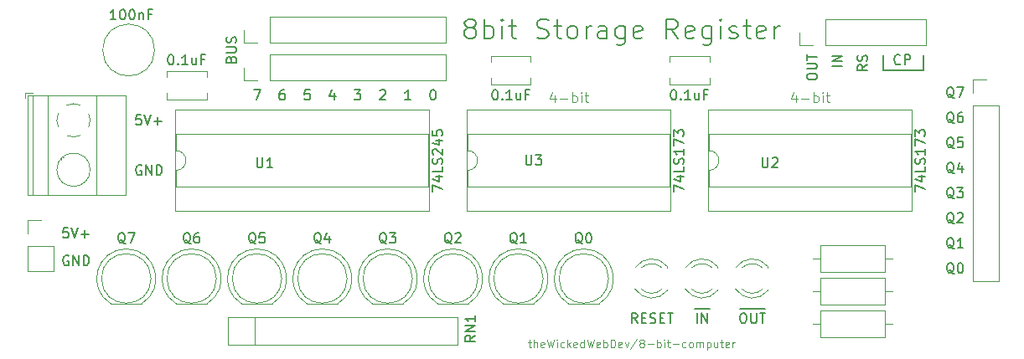
<source format=gbr>
%TF.GenerationSoftware,KiCad,Pcbnew,(5.1.9-0-10_14)*%
%TF.CreationDate,2021-05-20T01:37:57-04:00*%
%TF.ProjectId,REGISTER,52454749-5354-4455-922e-6b696361645f,rev?*%
%TF.SameCoordinates,Original*%
%TF.FileFunction,Legend,Top*%
%TF.FilePolarity,Positive*%
%FSLAX46Y46*%
G04 Gerber Fmt 4.6, Leading zero omitted, Abs format (unit mm)*
G04 Created by KiCad (PCBNEW (5.1.9-0-10_14)) date 2021-05-20 01:37:57*
%MOMM*%
%LPD*%
G01*
G04 APERTURE LIST*
%ADD10C,0.150000*%
%ADD11C,0.100000*%
%ADD12C,0.120000*%
G04 APERTURE END LIST*
D10*
X154432000Y-72644000D02*
X154432000Y-71120000D01*
X154178000Y-72644000D02*
X154432000Y-72644000D01*
X150368000Y-72644000D02*
X154178000Y-72644000D01*
X150368000Y-72136000D02*
X150368000Y-72644000D01*
X150368000Y-71120000D02*
X150368000Y-72136000D01*
D11*
X114529904Y-100158571D02*
X114834666Y-100158571D01*
X114644190Y-99891904D02*
X114644190Y-100577619D01*
X114682285Y-100653809D01*
X114758476Y-100691904D01*
X114834666Y-100691904D01*
X115101333Y-100691904D02*
X115101333Y-99891904D01*
X115444190Y-100691904D02*
X115444190Y-100272857D01*
X115406095Y-100196666D01*
X115329904Y-100158571D01*
X115215619Y-100158571D01*
X115139428Y-100196666D01*
X115101333Y-100234761D01*
X116129904Y-100653809D02*
X116053714Y-100691904D01*
X115901333Y-100691904D01*
X115825142Y-100653809D01*
X115787047Y-100577619D01*
X115787047Y-100272857D01*
X115825142Y-100196666D01*
X115901333Y-100158571D01*
X116053714Y-100158571D01*
X116129904Y-100196666D01*
X116168000Y-100272857D01*
X116168000Y-100349047D01*
X115787047Y-100425238D01*
X116434666Y-99891904D02*
X116625142Y-100691904D01*
X116777523Y-100120476D01*
X116929904Y-100691904D01*
X117120380Y-99891904D01*
X117425142Y-100691904D02*
X117425142Y-100158571D01*
X117425142Y-99891904D02*
X117387047Y-99930000D01*
X117425142Y-99968095D01*
X117463238Y-99930000D01*
X117425142Y-99891904D01*
X117425142Y-99968095D01*
X118148952Y-100653809D02*
X118072761Y-100691904D01*
X117920380Y-100691904D01*
X117844190Y-100653809D01*
X117806095Y-100615714D01*
X117768000Y-100539523D01*
X117768000Y-100310952D01*
X117806095Y-100234761D01*
X117844190Y-100196666D01*
X117920380Y-100158571D01*
X118072761Y-100158571D01*
X118148952Y-100196666D01*
X118491809Y-100691904D02*
X118491809Y-99891904D01*
X118568000Y-100387142D02*
X118796571Y-100691904D01*
X118796571Y-100158571D02*
X118491809Y-100463333D01*
X119444190Y-100653809D02*
X119368000Y-100691904D01*
X119215619Y-100691904D01*
X119139428Y-100653809D01*
X119101333Y-100577619D01*
X119101333Y-100272857D01*
X119139428Y-100196666D01*
X119215619Y-100158571D01*
X119368000Y-100158571D01*
X119444190Y-100196666D01*
X119482285Y-100272857D01*
X119482285Y-100349047D01*
X119101333Y-100425238D01*
X120168000Y-100691904D02*
X120168000Y-99891904D01*
X120168000Y-100653809D02*
X120091809Y-100691904D01*
X119939428Y-100691904D01*
X119863238Y-100653809D01*
X119825142Y-100615714D01*
X119787047Y-100539523D01*
X119787047Y-100310952D01*
X119825142Y-100234761D01*
X119863238Y-100196666D01*
X119939428Y-100158571D01*
X120091809Y-100158571D01*
X120168000Y-100196666D01*
X120472761Y-99891904D02*
X120663238Y-100691904D01*
X120815619Y-100120476D01*
X120968000Y-100691904D01*
X121158476Y-99891904D01*
X121768000Y-100653809D02*
X121691809Y-100691904D01*
X121539428Y-100691904D01*
X121463238Y-100653809D01*
X121425142Y-100577619D01*
X121425142Y-100272857D01*
X121463238Y-100196666D01*
X121539428Y-100158571D01*
X121691809Y-100158571D01*
X121768000Y-100196666D01*
X121806095Y-100272857D01*
X121806095Y-100349047D01*
X121425142Y-100425238D01*
X122148952Y-100691904D02*
X122148952Y-99891904D01*
X122148952Y-100196666D02*
X122225142Y-100158571D01*
X122377523Y-100158571D01*
X122453714Y-100196666D01*
X122491809Y-100234761D01*
X122529904Y-100310952D01*
X122529904Y-100539523D01*
X122491809Y-100615714D01*
X122453714Y-100653809D01*
X122377523Y-100691904D01*
X122225142Y-100691904D01*
X122148952Y-100653809D01*
X122872761Y-100691904D02*
X122872761Y-99891904D01*
X123063238Y-99891904D01*
X123177523Y-99930000D01*
X123253714Y-100006190D01*
X123291809Y-100082380D01*
X123329904Y-100234761D01*
X123329904Y-100349047D01*
X123291809Y-100501428D01*
X123253714Y-100577619D01*
X123177523Y-100653809D01*
X123063238Y-100691904D01*
X122872761Y-100691904D01*
X123977523Y-100653809D02*
X123901333Y-100691904D01*
X123748952Y-100691904D01*
X123672761Y-100653809D01*
X123634666Y-100577619D01*
X123634666Y-100272857D01*
X123672761Y-100196666D01*
X123748952Y-100158571D01*
X123901333Y-100158571D01*
X123977523Y-100196666D01*
X124015619Y-100272857D01*
X124015619Y-100349047D01*
X123634666Y-100425238D01*
X124282285Y-100158571D02*
X124472761Y-100691904D01*
X124663238Y-100158571D01*
X125539428Y-99853809D02*
X124853714Y-100882380D01*
X125920380Y-100234761D02*
X125844190Y-100196666D01*
X125806095Y-100158571D01*
X125768000Y-100082380D01*
X125768000Y-100044285D01*
X125806095Y-99968095D01*
X125844190Y-99930000D01*
X125920380Y-99891904D01*
X126072761Y-99891904D01*
X126148952Y-99930000D01*
X126187047Y-99968095D01*
X126225142Y-100044285D01*
X126225142Y-100082380D01*
X126187047Y-100158571D01*
X126148952Y-100196666D01*
X126072761Y-100234761D01*
X125920380Y-100234761D01*
X125844190Y-100272857D01*
X125806095Y-100310952D01*
X125768000Y-100387142D01*
X125768000Y-100539523D01*
X125806095Y-100615714D01*
X125844190Y-100653809D01*
X125920380Y-100691904D01*
X126072761Y-100691904D01*
X126148952Y-100653809D01*
X126187047Y-100615714D01*
X126225142Y-100539523D01*
X126225142Y-100387142D01*
X126187047Y-100310952D01*
X126148952Y-100272857D01*
X126072761Y-100234761D01*
X126568000Y-100387142D02*
X127177523Y-100387142D01*
X127558476Y-100691904D02*
X127558476Y-99891904D01*
X127558476Y-100196666D02*
X127634666Y-100158571D01*
X127787047Y-100158571D01*
X127863238Y-100196666D01*
X127901333Y-100234761D01*
X127939428Y-100310952D01*
X127939428Y-100539523D01*
X127901333Y-100615714D01*
X127863238Y-100653809D01*
X127787047Y-100691904D01*
X127634666Y-100691904D01*
X127558476Y-100653809D01*
X128282285Y-100691904D02*
X128282285Y-100158571D01*
X128282285Y-99891904D02*
X128244190Y-99930000D01*
X128282285Y-99968095D01*
X128320380Y-99930000D01*
X128282285Y-99891904D01*
X128282285Y-99968095D01*
X128548952Y-100158571D02*
X128853714Y-100158571D01*
X128663238Y-99891904D02*
X128663238Y-100577619D01*
X128701333Y-100653809D01*
X128777523Y-100691904D01*
X128853714Y-100691904D01*
X129120380Y-100387142D02*
X129729904Y-100387142D01*
X130453714Y-100653809D02*
X130377523Y-100691904D01*
X130225142Y-100691904D01*
X130148952Y-100653809D01*
X130110857Y-100615714D01*
X130072761Y-100539523D01*
X130072761Y-100310952D01*
X130110857Y-100234761D01*
X130148952Y-100196666D01*
X130225142Y-100158571D01*
X130377523Y-100158571D01*
X130453714Y-100196666D01*
X130910857Y-100691904D02*
X130834666Y-100653809D01*
X130796571Y-100615714D01*
X130758476Y-100539523D01*
X130758476Y-100310952D01*
X130796571Y-100234761D01*
X130834666Y-100196666D01*
X130910857Y-100158571D01*
X131025142Y-100158571D01*
X131101333Y-100196666D01*
X131139428Y-100234761D01*
X131177523Y-100310952D01*
X131177523Y-100539523D01*
X131139428Y-100615714D01*
X131101333Y-100653809D01*
X131025142Y-100691904D01*
X130910857Y-100691904D01*
X131520380Y-100691904D02*
X131520380Y-100158571D01*
X131520380Y-100234761D02*
X131558476Y-100196666D01*
X131634666Y-100158571D01*
X131748952Y-100158571D01*
X131825142Y-100196666D01*
X131863238Y-100272857D01*
X131863238Y-100691904D01*
X131863238Y-100272857D02*
X131901333Y-100196666D01*
X131977523Y-100158571D01*
X132091809Y-100158571D01*
X132168000Y-100196666D01*
X132206095Y-100272857D01*
X132206095Y-100691904D01*
X132587047Y-100158571D02*
X132587047Y-100958571D01*
X132587047Y-100196666D02*
X132663238Y-100158571D01*
X132815619Y-100158571D01*
X132891809Y-100196666D01*
X132929904Y-100234761D01*
X132968000Y-100310952D01*
X132968000Y-100539523D01*
X132929904Y-100615714D01*
X132891809Y-100653809D01*
X132815619Y-100691904D01*
X132663238Y-100691904D01*
X132587047Y-100653809D01*
X133653714Y-100158571D02*
X133653714Y-100691904D01*
X133310857Y-100158571D02*
X133310857Y-100577619D01*
X133348952Y-100653809D01*
X133425142Y-100691904D01*
X133539428Y-100691904D01*
X133615619Y-100653809D01*
X133653714Y-100615714D01*
X133920380Y-100158571D02*
X134225142Y-100158571D01*
X134034666Y-99891904D02*
X134034666Y-100577619D01*
X134072761Y-100653809D01*
X134148952Y-100691904D01*
X134225142Y-100691904D01*
X134796571Y-100653809D02*
X134720380Y-100691904D01*
X134568000Y-100691904D01*
X134491809Y-100653809D01*
X134453714Y-100577619D01*
X134453714Y-100272857D01*
X134491809Y-100196666D01*
X134568000Y-100158571D01*
X134720380Y-100158571D01*
X134796571Y-100196666D01*
X134834666Y-100272857D01*
X134834666Y-100349047D01*
X134453714Y-100425238D01*
X135177523Y-100691904D02*
X135177523Y-100158571D01*
X135177523Y-100310952D02*
X135215619Y-100234761D01*
X135253714Y-100196666D01*
X135329904Y-100158571D01*
X135406095Y-100158571D01*
D10*
X108475809Y-68341904D02*
X108285333Y-68246666D01*
X108190095Y-68151428D01*
X108094857Y-67960952D01*
X108094857Y-67865714D01*
X108190095Y-67675238D01*
X108285333Y-67580000D01*
X108475809Y-67484761D01*
X108856761Y-67484761D01*
X109047238Y-67580000D01*
X109142476Y-67675238D01*
X109237714Y-67865714D01*
X109237714Y-67960952D01*
X109142476Y-68151428D01*
X109047238Y-68246666D01*
X108856761Y-68341904D01*
X108475809Y-68341904D01*
X108285333Y-68437142D01*
X108190095Y-68532380D01*
X108094857Y-68722857D01*
X108094857Y-69103809D01*
X108190095Y-69294285D01*
X108285333Y-69389523D01*
X108475809Y-69484761D01*
X108856761Y-69484761D01*
X109047238Y-69389523D01*
X109142476Y-69294285D01*
X109237714Y-69103809D01*
X109237714Y-68722857D01*
X109142476Y-68532380D01*
X109047238Y-68437142D01*
X108856761Y-68341904D01*
X110094857Y-69484761D02*
X110094857Y-67484761D01*
X110094857Y-68246666D02*
X110285333Y-68151428D01*
X110666285Y-68151428D01*
X110856761Y-68246666D01*
X110952000Y-68341904D01*
X111047238Y-68532380D01*
X111047238Y-69103809D01*
X110952000Y-69294285D01*
X110856761Y-69389523D01*
X110666285Y-69484761D01*
X110285333Y-69484761D01*
X110094857Y-69389523D01*
X111904380Y-69484761D02*
X111904380Y-68151428D01*
X111904380Y-67484761D02*
X111809142Y-67580000D01*
X111904380Y-67675238D01*
X111999619Y-67580000D01*
X111904380Y-67484761D01*
X111904380Y-67675238D01*
X112571047Y-68151428D02*
X113332952Y-68151428D01*
X112856761Y-67484761D02*
X112856761Y-69199047D01*
X112952000Y-69389523D01*
X113142476Y-69484761D01*
X113332952Y-69484761D01*
X115428190Y-69389523D02*
X115713904Y-69484761D01*
X116190095Y-69484761D01*
X116380571Y-69389523D01*
X116475809Y-69294285D01*
X116571047Y-69103809D01*
X116571047Y-68913333D01*
X116475809Y-68722857D01*
X116380571Y-68627619D01*
X116190095Y-68532380D01*
X115809142Y-68437142D01*
X115618666Y-68341904D01*
X115523428Y-68246666D01*
X115428190Y-68056190D01*
X115428190Y-67865714D01*
X115523428Y-67675238D01*
X115618666Y-67580000D01*
X115809142Y-67484761D01*
X116285333Y-67484761D01*
X116571047Y-67580000D01*
X117142476Y-68151428D02*
X117904380Y-68151428D01*
X117428190Y-67484761D02*
X117428190Y-69199047D01*
X117523428Y-69389523D01*
X117713904Y-69484761D01*
X117904380Y-69484761D01*
X118856761Y-69484761D02*
X118666285Y-69389523D01*
X118571047Y-69294285D01*
X118475809Y-69103809D01*
X118475809Y-68532380D01*
X118571047Y-68341904D01*
X118666285Y-68246666D01*
X118856761Y-68151428D01*
X119142476Y-68151428D01*
X119332952Y-68246666D01*
X119428190Y-68341904D01*
X119523428Y-68532380D01*
X119523428Y-69103809D01*
X119428190Y-69294285D01*
X119332952Y-69389523D01*
X119142476Y-69484761D01*
X118856761Y-69484761D01*
X120380571Y-69484761D02*
X120380571Y-68151428D01*
X120380571Y-68532380D02*
X120475809Y-68341904D01*
X120571047Y-68246666D01*
X120761523Y-68151428D01*
X120952000Y-68151428D01*
X122475809Y-69484761D02*
X122475809Y-68437142D01*
X122380571Y-68246666D01*
X122190095Y-68151428D01*
X121809142Y-68151428D01*
X121618666Y-68246666D01*
X122475809Y-69389523D02*
X122285333Y-69484761D01*
X121809142Y-69484761D01*
X121618666Y-69389523D01*
X121523428Y-69199047D01*
X121523428Y-69008571D01*
X121618666Y-68818095D01*
X121809142Y-68722857D01*
X122285333Y-68722857D01*
X122475809Y-68627619D01*
X124285333Y-68151428D02*
X124285333Y-69770476D01*
X124190095Y-69960952D01*
X124094857Y-70056190D01*
X123904380Y-70151428D01*
X123618666Y-70151428D01*
X123428190Y-70056190D01*
X124285333Y-69389523D02*
X124094857Y-69484761D01*
X123713904Y-69484761D01*
X123523428Y-69389523D01*
X123428190Y-69294285D01*
X123332952Y-69103809D01*
X123332952Y-68532380D01*
X123428190Y-68341904D01*
X123523428Y-68246666D01*
X123713904Y-68151428D01*
X124094857Y-68151428D01*
X124285333Y-68246666D01*
X125999619Y-69389523D02*
X125809142Y-69484761D01*
X125428190Y-69484761D01*
X125237714Y-69389523D01*
X125142476Y-69199047D01*
X125142476Y-68437142D01*
X125237714Y-68246666D01*
X125428190Y-68151428D01*
X125809142Y-68151428D01*
X125999619Y-68246666D01*
X126094857Y-68437142D01*
X126094857Y-68627619D01*
X125142476Y-68818095D01*
X129618666Y-69484761D02*
X128952000Y-68532380D01*
X128475809Y-69484761D02*
X128475809Y-67484761D01*
X129237714Y-67484761D01*
X129428190Y-67580000D01*
X129523428Y-67675238D01*
X129618666Y-67865714D01*
X129618666Y-68151428D01*
X129523428Y-68341904D01*
X129428190Y-68437142D01*
X129237714Y-68532380D01*
X128475809Y-68532380D01*
X131237714Y-69389523D02*
X131047238Y-69484761D01*
X130666285Y-69484761D01*
X130475809Y-69389523D01*
X130380571Y-69199047D01*
X130380571Y-68437142D01*
X130475809Y-68246666D01*
X130666285Y-68151428D01*
X131047238Y-68151428D01*
X131237714Y-68246666D01*
X131332952Y-68437142D01*
X131332952Y-68627619D01*
X130380571Y-68818095D01*
X133047238Y-68151428D02*
X133047238Y-69770476D01*
X132952000Y-69960952D01*
X132856761Y-70056190D01*
X132666285Y-70151428D01*
X132380571Y-70151428D01*
X132190095Y-70056190D01*
X133047238Y-69389523D02*
X132856761Y-69484761D01*
X132475809Y-69484761D01*
X132285333Y-69389523D01*
X132190095Y-69294285D01*
X132094857Y-69103809D01*
X132094857Y-68532380D01*
X132190095Y-68341904D01*
X132285333Y-68246666D01*
X132475809Y-68151428D01*
X132856761Y-68151428D01*
X133047238Y-68246666D01*
X133999619Y-69484761D02*
X133999619Y-68151428D01*
X133999619Y-67484761D02*
X133904380Y-67580000D01*
X133999619Y-67675238D01*
X134094857Y-67580000D01*
X133999619Y-67484761D01*
X133999619Y-67675238D01*
X134856761Y-69389523D02*
X135047238Y-69484761D01*
X135428190Y-69484761D01*
X135618666Y-69389523D01*
X135713904Y-69199047D01*
X135713904Y-69103809D01*
X135618666Y-68913333D01*
X135428190Y-68818095D01*
X135142476Y-68818095D01*
X134952000Y-68722857D01*
X134856761Y-68532380D01*
X134856761Y-68437142D01*
X134952000Y-68246666D01*
X135142476Y-68151428D01*
X135428190Y-68151428D01*
X135618666Y-68246666D01*
X136285333Y-68151428D02*
X137047238Y-68151428D01*
X136571047Y-67484761D02*
X136571047Y-69199047D01*
X136666285Y-69389523D01*
X136856761Y-69484761D01*
X137047238Y-69484761D01*
X138475809Y-69389523D02*
X138285333Y-69484761D01*
X137904380Y-69484761D01*
X137713904Y-69389523D01*
X137618666Y-69199047D01*
X137618666Y-68437142D01*
X137713904Y-68246666D01*
X137904380Y-68151428D01*
X138285333Y-68151428D01*
X138475809Y-68246666D01*
X138571047Y-68437142D01*
X138571047Y-68627619D01*
X137618666Y-68818095D01*
X139428190Y-69484761D02*
X139428190Y-68151428D01*
X139428190Y-68532380D02*
X139523428Y-68341904D01*
X139618666Y-68246666D01*
X139809142Y-68151428D01*
X139999619Y-68151428D01*
X157557261Y-93257619D02*
X157462023Y-93210000D01*
X157366785Y-93114761D01*
X157223928Y-92971904D01*
X157128690Y-92924285D01*
X157033452Y-92924285D01*
X157081071Y-93162380D02*
X156985833Y-93114761D01*
X156890595Y-93019523D01*
X156842976Y-92829047D01*
X156842976Y-92495714D01*
X156890595Y-92305238D01*
X156985833Y-92210000D01*
X157081071Y-92162380D01*
X157271547Y-92162380D01*
X157366785Y-92210000D01*
X157462023Y-92305238D01*
X157509642Y-92495714D01*
X157509642Y-92829047D01*
X157462023Y-93019523D01*
X157366785Y-93114761D01*
X157271547Y-93162380D01*
X157081071Y-93162380D01*
X158128690Y-92162380D02*
X158223928Y-92162380D01*
X158319166Y-92210000D01*
X158366785Y-92257619D01*
X158414404Y-92352857D01*
X158462023Y-92543333D01*
X158462023Y-92781428D01*
X158414404Y-92971904D01*
X158366785Y-93067142D01*
X158319166Y-93114761D01*
X158223928Y-93162380D01*
X158128690Y-93162380D01*
X158033452Y-93114761D01*
X157985833Y-93067142D01*
X157938214Y-92971904D01*
X157890595Y-92781428D01*
X157890595Y-92543333D01*
X157938214Y-92352857D01*
X157985833Y-92257619D01*
X158033452Y-92210000D01*
X158128690Y-92162380D01*
X157557261Y-90717619D02*
X157462023Y-90670000D01*
X157366785Y-90574761D01*
X157223928Y-90431904D01*
X157128690Y-90384285D01*
X157033452Y-90384285D01*
X157081071Y-90622380D02*
X156985833Y-90574761D01*
X156890595Y-90479523D01*
X156842976Y-90289047D01*
X156842976Y-89955714D01*
X156890595Y-89765238D01*
X156985833Y-89670000D01*
X157081071Y-89622380D01*
X157271547Y-89622380D01*
X157366785Y-89670000D01*
X157462023Y-89765238D01*
X157509642Y-89955714D01*
X157509642Y-90289047D01*
X157462023Y-90479523D01*
X157366785Y-90574761D01*
X157271547Y-90622380D01*
X157081071Y-90622380D01*
X158462023Y-90622380D02*
X157890595Y-90622380D01*
X158176309Y-90622380D02*
X158176309Y-89622380D01*
X158081071Y-89765238D01*
X157985833Y-89860476D01*
X157890595Y-89908095D01*
X157557261Y-88177619D02*
X157462023Y-88130000D01*
X157366785Y-88034761D01*
X157223928Y-87891904D01*
X157128690Y-87844285D01*
X157033452Y-87844285D01*
X157081071Y-88082380D02*
X156985833Y-88034761D01*
X156890595Y-87939523D01*
X156842976Y-87749047D01*
X156842976Y-87415714D01*
X156890595Y-87225238D01*
X156985833Y-87130000D01*
X157081071Y-87082380D01*
X157271547Y-87082380D01*
X157366785Y-87130000D01*
X157462023Y-87225238D01*
X157509642Y-87415714D01*
X157509642Y-87749047D01*
X157462023Y-87939523D01*
X157366785Y-88034761D01*
X157271547Y-88082380D01*
X157081071Y-88082380D01*
X157890595Y-87177619D02*
X157938214Y-87130000D01*
X158033452Y-87082380D01*
X158271547Y-87082380D01*
X158366785Y-87130000D01*
X158414404Y-87177619D01*
X158462023Y-87272857D01*
X158462023Y-87368095D01*
X158414404Y-87510952D01*
X157842976Y-88082380D01*
X158462023Y-88082380D01*
X157557261Y-85637619D02*
X157462023Y-85590000D01*
X157366785Y-85494761D01*
X157223928Y-85351904D01*
X157128690Y-85304285D01*
X157033452Y-85304285D01*
X157081071Y-85542380D02*
X156985833Y-85494761D01*
X156890595Y-85399523D01*
X156842976Y-85209047D01*
X156842976Y-84875714D01*
X156890595Y-84685238D01*
X156985833Y-84590000D01*
X157081071Y-84542380D01*
X157271547Y-84542380D01*
X157366785Y-84590000D01*
X157462023Y-84685238D01*
X157509642Y-84875714D01*
X157509642Y-85209047D01*
X157462023Y-85399523D01*
X157366785Y-85494761D01*
X157271547Y-85542380D01*
X157081071Y-85542380D01*
X157842976Y-84542380D02*
X158462023Y-84542380D01*
X158128690Y-84923333D01*
X158271547Y-84923333D01*
X158366785Y-84970952D01*
X158414404Y-85018571D01*
X158462023Y-85113809D01*
X158462023Y-85351904D01*
X158414404Y-85447142D01*
X158366785Y-85494761D01*
X158271547Y-85542380D01*
X157985833Y-85542380D01*
X157890595Y-85494761D01*
X157842976Y-85447142D01*
X157557261Y-83097619D02*
X157462023Y-83050000D01*
X157366785Y-82954761D01*
X157223928Y-82811904D01*
X157128690Y-82764285D01*
X157033452Y-82764285D01*
X157081071Y-83002380D02*
X156985833Y-82954761D01*
X156890595Y-82859523D01*
X156842976Y-82669047D01*
X156842976Y-82335714D01*
X156890595Y-82145238D01*
X156985833Y-82050000D01*
X157081071Y-82002380D01*
X157271547Y-82002380D01*
X157366785Y-82050000D01*
X157462023Y-82145238D01*
X157509642Y-82335714D01*
X157509642Y-82669047D01*
X157462023Y-82859523D01*
X157366785Y-82954761D01*
X157271547Y-83002380D01*
X157081071Y-83002380D01*
X158366785Y-82335714D02*
X158366785Y-83002380D01*
X158128690Y-81954761D02*
X157890595Y-82669047D01*
X158509642Y-82669047D01*
X157557261Y-80557619D02*
X157462023Y-80510000D01*
X157366785Y-80414761D01*
X157223928Y-80271904D01*
X157128690Y-80224285D01*
X157033452Y-80224285D01*
X157081071Y-80462380D02*
X156985833Y-80414761D01*
X156890595Y-80319523D01*
X156842976Y-80129047D01*
X156842976Y-79795714D01*
X156890595Y-79605238D01*
X156985833Y-79510000D01*
X157081071Y-79462380D01*
X157271547Y-79462380D01*
X157366785Y-79510000D01*
X157462023Y-79605238D01*
X157509642Y-79795714D01*
X157509642Y-80129047D01*
X157462023Y-80319523D01*
X157366785Y-80414761D01*
X157271547Y-80462380D01*
X157081071Y-80462380D01*
X158414404Y-79462380D02*
X157938214Y-79462380D01*
X157890595Y-79938571D01*
X157938214Y-79890952D01*
X158033452Y-79843333D01*
X158271547Y-79843333D01*
X158366785Y-79890952D01*
X158414404Y-79938571D01*
X158462023Y-80033809D01*
X158462023Y-80271904D01*
X158414404Y-80367142D01*
X158366785Y-80414761D01*
X158271547Y-80462380D01*
X158033452Y-80462380D01*
X157938214Y-80414761D01*
X157890595Y-80367142D01*
X157557261Y-78017619D02*
X157462023Y-77970000D01*
X157366785Y-77874761D01*
X157223928Y-77731904D01*
X157128690Y-77684285D01*
X157033452Y-77684285D01*
X157081071Y-77922380D02*
X156985833Y-77874761D01*
X156890595Y-77779523D01*
X156842976Y-77589047D01*
X156842976Y-77255714D01*
X156890595Y-77065238D01*
X156985833Y-76970000D01*
X157081071Y-76922380D01*
X157271547Y-76922380D01*
X157366785Y-76970000D01*
X157462023Y-77065238D01*
X157509642Y-77255714D01*
X157509642Y-77589047D01*
X157462023Y-77779523D01*
X157366785Y-77874761D01*
X157271547Y-77922380D01*
X157081071Y-77922380D01*
X158366785Y-76922380D02*
X158176309Y-76922380D01*
X158081071Y-76970000D01*
X158033452Y-77017619D01*
X157938214Y-77160476D01*
X157890595Y-77350952D01*
X157890595Y-77731904D01*
X157938214Y-77827142D01*
X157985833Y-77874761D01*
X158081071Y-77922380D01*
X158271547Y-77922380D01*
X158366785Y-77874761D01*
X158414404Y-77827142D01*
X158462023Y-77731904D01*
X158462023Y-77493809D01*
X158414404Y-77398571D01*
X158366785Y-77350952D01*
X158271547Y-77303333D01*
X158081071Y-77303333D01*
X157985833Y-77350952D01*
X157938214Y-77398571D01*
X157890595Y-77493809D01*
X157557261Y-75477619D02*
X157462023Y-75430000D01*
X157366785Y-75334761D01*
X157223928Y-75191904D01*
X157128690Y-75144285D01*
X157033452Y-75144285D01*
X157081071Y-75382380D02*
X156985833Y-75334761D01*
X156890595Y-75239523D01*
X156842976Y-75049047D01*
X156842976Y-74715714D01*
X156890595Y-74525238D01*
X156985833Y-74430000D01*
X157081071Y-74382380D01*
X157271547Y-74382380D01*
X157366785Y-74430000D01*
X157462023Y-74525238D01*
X157509642Y-74715714D01*
X157509642Y-75049047D01*
X157462023Y-75239523D01*
X157366785Y-75334761D01*
X157271547Y-75382380D01*
X157081071Y-75382380D01*
X157842976Y-74382380D02*
X158509642Y-74382380D01*
X158081071Y-75382380D01*
X84510571Y-71540571D02*
X84558190Y-71397714D01*
X84605809Y-71350095D01*
X84701047Y-71302476D01*
X84843904Y-71302476D01*
X84939142Y-71350095D01*
X84986761Y-71397714D01*
X85034380Y-71492952D01*
X85034380Y-71873904D01*
X84034380Y-71873904D01*
X84034380Y-71540571D01*
X84082000Y-71445333D01*
X84129619Y-71397714D01*
X84224857Y-71350095D01*
X84320095Y-71350095D01*
X84415333Y-71397714D01*
X84462952Y-71445333D01*
X84510571Y-71540571D01*
X84510571Y-71873904D01*
X84034380Y-70873904D02*
X84843904Y-70873904D01*
X84939142Y-70826285D01*
X84986761Y-70778666D01*
X85034380Y-70683428D01*
X85034380Y-70492952D01*
X84986761Y-70397714D01*
X84939142Y-70350095D01*
X84843904Y-70302476D01*
X84034380Y-70302476D01*
X84986761Y-69873904D02*
X85034380Y-69731047D01*
X85034380Y-69492952D01*
X84986761Y-69397714D01*
X84939142Y-69350095D01*
X84843904Y-69302476D01*
X84748666Y-69302476D01*
X84653428Y-69350095D01*
X84605809Y-69397714D01*
X84558190Y-69492952D01*
X84510571Y-69683428D01*
X84462952Y-69778666D01*
X84415333Y-69826285D01*
X84320095Y-69873904D01*
X84224857Y-69873904D01*
X84129619Y-69826285D01*
X84082000Y-69778666D01*
X84034380Y-69683428D01*
X84034380Y-69445333D01*
X84082000Y-69302476D01*
X142708380Y-73392071D02*
X142708380Y-73201595D01*
X142756000Y-73106357D01*
X142851238Y-73011119D01*
X143041714Y-72963500D01*
X143375047Y-72963500D01*
X143565523Y-73011119D01*
X143660761Y-73106357D01*
X143708380Y-73201595D01*
X143708380Y-73392071D01*
X143660761Y-73487309D01*
X143565523Y-73582547D01*
X143375047Y-73630166D01*
X143041714Y-73630166D01*
X142851238Y-73582547D01*
X142756000Y-73487309D01*
X142708380Y-73392071D01*
X142708380Y-72534928D02*
X143517904Y-72534928D01*
X143613142Y-72487309D01*
X143660761Y-72439690D01*
X143708380Y-72344452D01*
X143708380Y-72153976D01*
X143660761Y-72058738D01*
X143613142Y-72011119D01*
X143517904Y-71963500D01*
X142708380Y-71963500D01*
X142708380Y-71630166D02*
X142708380Y-71058738D01*
X143708380Y-71344452D02*
X142708380Y-71344452D01*
X146248380Y-72249214D02*
X145248380Y-72249214D01*
X146248380Y-71773023D02*
X145248380Y-71773023D01*
X146248380Y-71201595D01*
X145248380Y-71201595D01*
X148788380Y-72106357D02*
X148312190Y-72439690D01*
X148788380Y-72677785D02*
X147788380Y-72677785D01*
X147788380Y-72296833D01*
X147836000Y-72201595D01*
X147883619Y-72153976D01*
X147978857Y-72106357D01*
X148121714Y-72106357D01*
X148216952Y-72153976D01*
X148264571Y-72201595D01*
X148312190Y-72296833D01*
X148312190Y-72677785D01*
X148740761Y-71725404D02*
X148788380Y-71582547D01*
X148788380Y-71344452D01*
X148740761Y-71249214D01*
X148693142Y-71201595D01*
X148597904Y-71153976D01*
X148502666Y-71153976D01*
X148407428Y-71201595D01*
X148359809Y-71249214D01*
X148312190Y-71344452D01*
X148264571Y-71534928D01*
X148216952Y-71630166D01*
X148169333Y-71677785D01*
X148074095Y-71725404D01*
X147978857Y-71725404D01*
X147883619Y-71677785D01*
X147836000Y-71630166D01*
X147788380Y-71534928D01*
X147788380Y-71296833D01*
X147836000Y-71153976D01*
X152128023Y-71985142D02*
X152080404Y-72032761D01*
X151937547Y-72080380D01*
X151842309Y-72080380D01*
X151699452Y-72032761D01*
X151604214Y-71937523D01*
X151556595Y-71842285D01*
X151508976Y-71651809D01*
X151508976Y-71508952D01*
X151556595Y-71318476D01*
X151604214Y-71223238D01*
X151699452Y-71128000D01*
X151842309Y-71080380D01*
X151937547Y-71080380D01*
X152080404Y-71128000D01*
X152128023Y-71175619D01*
X152556595Y-72080380D02*
X152556595Y-71080380D01*
X152937547Y-71080380D01*
X153032785Y-71128000D01*
X153080404Y-71175619D01*
X153128023Y-71270857D01*
X153128023Y-71413714D01*
X153080404Y-71508952D01*
X153032785Y-71556571D01*
X152937547Y-71604190D01*
X152556595Y-71604190D01*
X86788666Y-74636380D02*
X87455333Y-74636380D01*
X87026761Y-75636380D01*
X89852476Y-74636380D02*
X89662000Y-74636380D01*
X89566761Y-74684000D01*
X89519142Y-74731619D01*
X89423904Y-74874476D01*
X89376285Y-75064952D01*
X89376285Y-75445904D01*
X89423904Y-75541142D01*
X89471523Y-75588761D01*
X89566761Y-75636380D01*
X89757238Y-75636380D01*
X89852476Y-75588761D01*
X89900095Y-75541142D01*
X89947714Y-75445904D01*
X89947714Y-75207809D01*
X89900095Y-75112571D01*
X89852476Y-75064952D01*
X89757238Y-75017333D01*
X89566761Y-75017333D01*
X89471523Y-75064952D01*
X89423904Y-75112571D01*
X89376285Y-75207809D01*
X92440095Y-74636380D02*
X91963904Y-74636380D01*
X91916285Y-75112571D01*
X91963904Y-75064952D01*
X92059142Y-75017333D01*
X92297238Y-75017333D01*
X92392476Y-75064952D01*
X92440095Y-75112571D01*
X92487714Y-75207809D01*
X92487714Y-75445904D01*
X92440095Y-75541142D01*
X92392476Y-75588761D01*
X92297238Y-75636380D01*
X92059142Y-75636380D01*
X91963904Y-75588761D01*
X91916285Y-75541142D01*
X94932476Y-74969714D02*
X94932476Y-75636380D01*
X94694380Y-74588761D02*
X94456285Y-75303047D01*
X95075333Y-75303047D01*
X96948666Y-74636380D02*
X97567714Y-74636380D01*
X97234380Y-75017333D01*
X97377238Y-75017333D01*
X97472476Y-75064952D01*
X97520095Y-75112571D01*
X97567714Y-75207809D01*
X97567714Y-75445904D01*
X97520095Y-75541142D01*
X97472476Y-75588761D01*
X97377238Y-75636380D01*
X97091523Y-75636380D01*
X96996285Y-75588761D01*
X96948666Y-75541142D01*
X99536285Y-74731619D02*
X99583904Y-74684000D01*
X99679142Y-74636380D01*
X99917238Y-74636380D01*
X100012476Y-74684000D01*
X100060095Y-74731619D01*
X100107714Y-74826857D01*
X100107714Y-74922095D01*
X100060095Y-75064952D01*
X99488666Y-75636380D01*
X100107714Y-75636380D01*
X102647714Y-75636380D02*
X102076285Y-75636380D01*
X102362000Y-75636380D02*
X102362000Y-74636380D01*
X102266761Y-74779238D01*
X102171523Y-74874476D01*
X102076285Y-74922095D01*
X104854380Y-74636380D02*
X104949619Y-74636380D01*
X105044857Y-74684000D01*
X105092476Y-74731619D01*
X105140095Y-74826857D01*
X105187714Y-75017333D01*
X105187714Y-75255428D01*
X105140095Y-75445904D01*
X105092476Y-75541142D01*
X105044857Y-75588761D01*
X104949619Y-75636380D01*
X104854380Y-75636380D01*
X104759142Y-75588761D01*
X104711523Y-75541142D01*
X104663904Y-75445904D01*
X104616285Y-75255428D01*
X104616285Y-75017333D01*
X104663904Y-74826857D01*
X104711523Y-74731619D01*
X104759142Y-74684000D01*
X104854380Y-74636380D01*
X75438095Y-82304000D02*
X75342857Y-82256380D01*
X75200000Y-82256380D01*
X75057142Y-82304000D01*
X74961904Y-82399238D01*
X74914285Y-82494476D01*
X74866666Y-82684952D01*
X74866666Y-82827809D01*
X74914285Y-83018285D01*
X74961904Y-83113523D01*
X75057142Y-83208761D01*
X75200000Y-83256380D01*
X75295238Y-83256380D01*
X75438095Y-83208761D01*
X75485714Y-83161142D01*
X75485714Y-82827809D01*
X75295238Y-82827809D01*
X75914285Y-83256380D02*
X75914285Y-82256380D01*
X76485714Y-83256380D01*
X76485714Y-82256380D01*
X76961904Y-83256380D02*
X76961904Y-82256380D01*
X77200000Y-82256380D01*
X77342857Y-82304000D01*
X77438095Y-82399238D01*
X77485714Y-82494476D01*
X77533333Y-82684952D01*
X77533333Y-82827809D01*
X77485714Y-83018285D01*
X77438095Y-83113523D01*
X77342857Y-83208761D01*
X77200000Y-83256380D01*
X76961904Y-83256380D01*
X75390476Y-77176380D02*
X74914285Y-77176380D01*
X74866666Y-77652571D01*
X74914285Y-77604952D01*
X75009523Y-77557333D01*
X75247619Y-77557333D01*
X75342857Y-77604952D01*
X75390476Y-77652571D01*
X75438095Y-77747809D01*
X75438095Y-77985904D01*
X75390476Y-78081142D01*
X75342857Y-78128761D01*
X75247619Y-78176380D01*
X75009523Y-78176380D01*
X74914285Y-78128761D01*
X74866666Y-78081142D01*
X75723809Y-77176380D02*
X76057142Y-78176380D01*
X76390476Y-77176380D01*
X76723809Y-77795428D02*
X77485714Y-77795428D01*
X77104761Y-78176380D02*
X77104761Y-77414476D01*
X68072095Y-91448000D02*
X67976857Y-91400380D01*
X67834000Y-91400380D01*
X67691142Y-91448000D01*
X67595904Y-91543238D01*
X67548285Y-91638476D01*
X67500666Y-91828952D01*
X67500666Y-91971809D01*
X67548285Y-92162285D01*
X67595904Y-92257523D01*
X67691142Y-92352761D01*
X67834000Y-92400380D01*
X67929238Y-92400380D01*
X68072095Y-92352761D01*
X68119714Y-92305142D01*
X68119714Y-91971809D01*
X67929238Y-91971809D01*
X68548285Y-92400380D02*
X68548285Y-91400380D01*
X69119714Y-92400380D01*
X69119714Y-91400380D01*
X69595904Y-92400380D02*
X69595904Y-91400380D01*
X69834000Y-91400380D01*
X69976857Y-91448000D01*
X70072095Y-91543238D01*
X70119714Y-91638476D01*
X70167333Y-91828952D01*
X70167333Y-91971809D01*
X70119714Y-92162285D01*
X70072095Y-92257523D01*
X69976857Y-92352761D01*
X69834000Y-92400380D01*
X69595904Y-92400380D01*
X68024476Y-88606380D02*
X67548285Y-88606380D01*
X67500666Y-89082571D01*
X67548285Y-89034952D01*
X67643523Y-88987333D01*
X67881619Y-88987333D01*
X67976857Y-89034952D01*
X68024476Y-89082571D01*
X68072095Y-89177809D01*
X68072095Y-89415904D01*
X68024476Y-89511142D01*
X67976857Y-89558761D01*
X67881619Y-89606380D01*
X67643523Y-89606380D01*
X67548285Y-89558761D01*
X67500666Y-89511142D01*
X68357809Y-88606380D02*
X68691142Y-89606380D01*
X69024476Y-88606380D01*
X69357809Y-89225428D02*
X70119714Y-89225428D01*
X69738761Y-89606380D02*
X69738761Y-88844476D01*
X78367142Y-71080380D02*
X78462380Y-71080380D01*
X78557619Y-71128000D01*
X78605238Y-71175619D01*
X78652857Y-71270857D01*
X78700476Y-71461333D01*
X78700476Y-71699428D01*
X78652857Y-71889904D01*
X78605238Y-71985142D01*
X78557619Y-72032761D01*
X78462380Y-72080380D01*
X78367142Y-72080380D01*
X78271904Y-72032761D01*
X78224285Y-71985142D01*
X78176666Y-71889904D01*
X78129047Y-71699428D01*
X78129047Y-71461333D01*
X78176666Y-71270857D01*
X78224285Y-71175619D01*
X78271904Y-71128000D01*
X78367142Y-71080380D01*
X79129047Y-71985142D02*
X79176666Y-72032761D01*
X79129047Y-72080380D01*
X79081428Y-72032761D01*
X79129047Y-71985142D01*
X79129047Y-72080380D01*
X80129047Y-72080380D02*
X79557619Y-72080380D01*
X79843333Y-72080380D02*
X79843333Y-71080380D01*
X79748095Y-71223238D01*
X79652857Y-71318476D01*
X79557619Y-71366095D01*
X80986190Y-71413714D02*
X80986190Y-72080380D01*
X80557619Y-71413714D02*
X80557619Y-71937523D01*
X80605238Y-72032761D01*
X80700476Y-72080380D01*
X80843333Y-72080380D01*
X80938571Y-72032761D01*
X80986190Y-71985142D01*
X81795714Y-71556571D02*
X81462380Y-71556571D01*
X81462380Y-72080380D02*
X81462380Y-71080380D01*
X81938571Y-71080380D01*
X129167142Y-74636380D02*
X129262380Y-74636380D01*
X129357619Y-74684000D01*
X129405238Y-74731619D01*
X129452857Y-74826857D01*
X129500476Y-75017333D01*
X129500476Y-75255428D01*
X129452857Y-75445904D01*
X129405238Y-75541142D01*
X129357619Y-75588761D01*
X129262380Y-75636380D01*
X129167142Y-75636380D01*
X129071904Y-75588761D01*
X129024285Y-75541142D01*
X128976666Y-75445904D01*
X128929047Y-75255428D01*
X128929047Y-75017333D01*
X128976666Y-74826857D01*
X129024285Y-74731619D01*
X129071904Y-74684000D01*
X129167142Y-74636380D01*
X129929047Y-75541142D02*
X129976666Y-75588761D01*
X129929047Y-75636380D01*
X129881428Y-75588761D01*
X129929047Y-75541142D01*
X129929047Y-75636380D01*
X130929047Y-75636380D02*
X130357619Y-75636380D01*
X130643333Y-75636380D02*
X130643333Y-74636380D01*
X130548095Y-74779238D01*
X130452857Y-74874476D01*
X130357619Y-74922095D01*
X131786190Y-74969714D02*
X131786190Y-75636380D01*
X131357619Y-74969714D02*
X131357619Y-75493523D01*
X131405238Y-75588761D01*
X131500476Y-75636380D01*
X131643333Y-75636380D01*
X131738571Y-75588761D01*
X131786190Y-75541142D01*
X132595714Y-75112571D02*
X132262380Y-75112571D01*
X132262380Y-75636380D02*
X132262380Y-74636380D01*
X132738571Y-74636380D01*
X111133142Y-74636380D02*
X111228380Y-74636380D01*
X111323619Y-74684000D01*
X111371238Y-74731619D01*
X111418857Y-74826857D01*
X111466476Y-75017333D01*
X111466476Y-75255428D01*
X111418857Y-75445904D01*
X111371238Y-75541142D01*
X111323619Y-75588761D01*
X111228380Y-75636380D01*
X111133142Y-75636380D01*
X111037904Y-75588761D01*
X110990285Y-75541142D01*
X110942666Y-75445904D01*
X110895047Y-75255428D01*
X110895047Y-75017333D01*
X110942666Y-74826857D01*
X110990285Y-74731619D01*
X111037904Y-74684000D01*
X111133142Y-74636380D01*
X111895047Y-75541142D02*
X111942666Y-75588761D01*
X111895047Y-75636380D01*
X111847428Y-75588761D01*
X111895047Y-75541142D01*
X111895047Y-75636380D01*
X112895047Y-75636380D02*
X112323619Y-75636380D01*
X112609333Y-75636380D02*
X112609333Y-74636380D01*
X112514095Y-74779238D01*
X112418857Y-74874476D01*
X112323619Y-74922095D01*
X113752190Y-74969714D02*
X113752190Y-75636380D01*
X113323619Y-74969714D02*
X113323619Y-75493523D01*
X113371238Y-75588761D01*
X113466476Y-75636380D01*
X113609333Y-75636380D01*
X113704571Y-75588761D01*
X113752190Y-75541142D01*
X114561714Y-75112571D02*
X114228380Y-75112571D01*
X114228380Y-75636380D02*
X114228380Y-74636380D01*
X114704571Y-74636380D01*
X72874380Y-67508380D02*
X72302952Y-67508380D01*
X72588666Y-67508380D02*
X72588666Y-66508380D01*
X72493428Y-66651238D01*
X72398190Y-66746476D01*
X72302952Y-66794095D01*
X73493428Y-66508380D02*
X73588666Y-66508380D01*
X73683904Y-66556000D01*
X73731523Y-66603619D01*
X73779142Y-66698857D01*
X73826761Y-66889333D01*
X73826761Y-67127428D01*
X73779142Y-67317904D01*
X73731523Y-67413142D01*
X73683904Y-67460761D01*
X73588666Y-67508380D01*
X73493428Y-67508380D01*
X73398190Y-67460761D01*
X73350571Y-67413142D01*
X73302952Y-67317904D01*
X73255333Y-67127428D01*
X73255333Y-66889333D01*
X73302952Y-66698857D01*
X73350571Y-66603619D01*
X73398190Y-66556000D01*
X73493428Y-66508380D01*
X74445809Y-66508380D02*
X74541047Y-66508380D01*
X74636285Y-66556000D01*
X74683904Y-66603619D01*
X74731523Y-66698857D01*
X74779142Y-66889333D01*
X74779142Y-67127428D01*
X74731523Y-67317904D01*
X74683904Y-67413142D01*
X74636285Y-67460761D01*
X74541047Y-67508380D01*
X74445809Y-67508380D01*
X74350571Y-67460761D01*
X74302952Y-67413142D01*
X74255333Y-67317904D01*
X74207714Y-67127428D01*
X74207714Y-66889333D01*
X74255333Y-66698857D01*
X74302952Y-66603619D01*
X74350571Y-66556000D01*
X74445809Y-66508380D01*
X75207714Y-66841714D02*
X75207714Y-67508380D01*
X75207714Y-66936952D02*
X75255333Y-66889333D01*
X75350571Y-66841714D01*
X75493428Y-66841714D01*
X75588666Y-66889333D01*
X75636285Y-66984571D01*
X75636285Y-67508380D01*
X76445809Y-66984571D02*
X76112476Y-66984571D01*
X76112476Y-67508380D02*
X76112476Y-66508380D01*
X76588666Y-66508380D01*
X132588000Y-96774000D02*
X132842000Y-96774000D01*
X131318000Y-96774000D02*
X132588000Y-96774000D01*
X135890000Y-96774000D02*
X138430000Y-96774000D01*
X136160000Y-97242380D02*
X136350476Y-97242380D01*
X136445714Y-97290000D01*
X136540952Y-97385238D01*
X136588571Y-97575714D01*
X136588571Y-97909047D01*
X136540952Y-98099523D01*
X136445714Y-98194761D01*
X136350476Y-98242380D01*
X136160000Y-98242380D01*
X136064761Y-98194761D01*
X135969523Y-98099523D01*
X135921904Y-97909047D01*
X135921904Y-97575714D01*
X135969523Y-97385238D01*
X136064761Y-97290000D01*
X136160000Y-97242380D01*
X137017142Y-97242380D02*
X137017142Y-98051904D01*
X137064761Y-98147142D01*
X137112380Y-98194761D01*
X137207619Y-98242380D01*
X137398095Y-98242380D01*
X137493333Y-98194761D01*
X137540952Y-98147142D01*
X137588571Y-98051904D01*
X137588571Y-97242380D01*
X137921904Y-97242380D02*
X138493333Y-97242380D01*
X138207619Y-98242380D02*
X138207619Y-97242380D01*
X131556190Y-98242380D02*
X131556190Y-97242380D01*
X132032380Y-98242380D02*
X132032380Y-97242380D01*
X132603809Y-98242380D01*
X132603809Y-97242380D01*
X125547619Y-98242380D02*
X125214285Y-97766190D01*
X124976190Y-98242380D02*
X124976190Y-97242380D01*
X125357142Y-97242380D01*
X125452380Y-97290000D01*
X125500000Y-97337619D01*
X125547619Y-97432857D01*
X125547619Y-97575714D01*
X125500000Y-97670952D01*
X125452380Y-97718571D01*
X125357142Y-97766190D01*
X124976190Y-97766190D01*
X125976190Y-97718571D02*
X126309523Y-97718571D01*
X126452380Y-98242380D02*
X125976190Y-98242380D01*
X125976190Y-97242380D01*
X126452380Y-97242380D01*
X126833333Y-98194761D02*
X126976190Y-98242380D01*
X127214285Y-98242380D01*
X127309523Y-98194761D01*
X127357142Y-98147142D01*
X127404761Y-98051904D01*
X127404761Y-97956666D01*
X127357142Y-97861428D01*
X127309523Y-97813809D01*
X127214285Y-97766190D01*
X127023809Y-97718571D01*
X126928571Y-97670952D01*
X126880952Y-97623333D01*
X126833333Y-97528095D01*
X126833333Y-97432857D01*
X126880952Y-97337619D01*
X126928571Y-97290000D01*
X127023809Y-97242380D01*
X127261904Y-97242380D01*
X127404761Y-97290000D01*
X127833333Y-97718571D02*
X128166666Y-97718571D01*
X128309523Y-98242380D02*
X127833333Y-98242380D01*
X127833333Y-97242380D01*
X128309523Y-97242380D01*
X128595238Y-97242380D02*
X129166666Y-97242380D01*
X128880952Y-98242380D02*
X128880952Y-97242380D01*
X120018761Y-90209619D02*
X119923523Y-90162000D01*
X119828285Y-90066761D01*
X119685428Y-89923904D01*
X119590190Y-89876285D01*
X119494952Y-89876285D01*
X119542571Y-90114380D02*
X119447333Y-90066761D01*
X119352095Y-89971523D01*
X119304476Y-89781047D01*
X119304476Y-89447714D01*
X119352095Y-89257238D01*
X119447333Y-89162000D01*
X119542571Y-89114380D01*
X119733047Y-89114380D01*
X119828285Y-89162000D01*
X119923523Y-89257238D01*
X119971142Y-89447714D01*
X119971142Y-89781047D01*
X119923523Y-89971523D01*
X119828285Y-90066761D01*
X119733047Y-90114380D01*
X119542571Y-90114380D01*
X120590190Y-89114380D02*
X120685428Y-89114380D01*
X120780666Y-89162000D01*
X120828285Y-89209619D01*
X120875904Y-89304857D01*
X120923523Y-89495333D01*
X120923523Y-89733428D01*
X120875904Y-89923904D01*
X120828285Y-90019142D01*
X120780666Y-90066761D01*
X120685428Y-90114380D01*
X120590190Y-90114380D01*
X120494952Y-90066761D01*
X120447333Y-90019142D01*
X120399714Y-89923904D01*
X120352095Y-89733428D01*
X120352095Y-89495333D01*
X120399714Y-89304857D01*
X120447333Y-89209619D01*
X120494952Y-89162000D01*
X120590190Y-89114380D01*
X113418761Y-90209619D02*
X113323523Y-90162000D01*
X113228285Y-90066761D01*
X113085428Y-89923904D01*
X112990190Y-89876285D01*
X112894952Y-89876285D01*
X112942571Y-90114380D02*
X112847333Y-90066761D01*
X112752095Y-89971523D01*
X112704476Y-89781047D01*
X112704476Y-89447714D01*
X112752095Y-89257238D01*
X112847333Y-89162000D01*
X112942571Y-89114380D01*
X113133047Y-89114380D01*
X113228285Y-89162000D01*
X113323523Y-89257238D01*
X113371142Y-89447714D01*
X113371142Y-89781047D01*
X113323523Y-89971523D01*
X113228285Y-90066761D01*
X113133047Y-90114380D01*
X112942571Y-90114380D01*
X114323523Y-90114380D02*
X113752095Y-90114380D01*
X114037809Y-90114380D02*
X114037809Y-89114380D01*
X113942571Y-89257238D01*
X113847333Y-89352476D01*
X113752095Y-89400095D01*
X106818761Y-90209619D02*
X106723523Y-90162000D01*
X106628285Y-90066761D01*
X106485428Y-89923904D01*
X106390190Y-89876285D01*
X106294952Y-89876285D01*
X106342571Y-90114380D02*
X106247333Y-90066761D01*
X106152095Y-89971523D01*
X106104476Y-89781047D01*
X106104476Y-89447714D01*
X106152095Y-89257238D01*
X106247333Y-89162000D01*
X106342571Y-89114380D01*
X106533047Y-89114380D01*
X106628285Y-89162000D01*
X106723523Y-89257238D01*
X106771142Y-89447714D01*
X106771142Y-89781047D01*
X106723523Y-89971523D01*
X106628285Y-90066761D01*
X106533047Y-90114380D01*
X106342571Y-90114380D01*
X107152095Y-89209619D02*
X107199714Y-89162000D01*
X107294952Y-89114380D01*
X107533047Y-89114380D01*
X107628285Y-89162000D01*
X107675904Y-89209619D01*
X107723523Y-89304857D01*
X107723523Y-89400095D01*
X107675904Y-89542952D01*
X107104476Y-90114380D01*
X107723523Y-90114380D01*
X100218761Y-90209619D02*
X100123523Y-90162000D01*
X100028285Y-90066761D01*
X99885428Y-89923904D01*
X99790190Y-89876285D01*
X99694952Y-89876285D01*
X99742571Y-90114380D02*
X99647333Y-90066761D01*
X99552095Y-89971523D01*
X99504476Y-89781047D01*
X99504476Y-89447714D01*
X99552095Y-89257238D01*
X99647333Y-89162000D01*
X99742571Y-89114380D01*
X99933047Y-89114380D01*
X100028285Y-89162000D01*
X100123523Y-89257238D01*
X100171142Y-89447714D01*
X100171142Y-89781047D01*
X100123523Y-89971523D01*
X100028285Y-90066761D01*
X99933047Y-90114380D01*
X99742571Y-90114380D01*
X100504476Y-89114380D02*
X101123523Y-89114380D01*
X100790190Y-89495333D01*
X100933047Y-89495333D01*
X101028285Y-89542952D01*
X101075904Y-89590571D01*
X101123523Y-89685809D01*
X101123523Y-89923904D01*
X101075904Y-90019142D01*
X101028285Y-90066761D01*
X100933047Y-90114380D01*
X100647333Y-90114380D01*
X100552095Y-90066761D01*
X100504476Y-90019142D01*
X93618761Y-90209619D02*
X93523523Y-90162000D01*
X93428285Y-90066761D01*
X93285428Y-89923904D01*
X93190190Y-89876285D01*
X93094952Y-89876285D01*
X93142571Y-90114380D02*
X93047333Y-90066761D01*
X92952095Y-89971523D01*
X92904476Y-89781047D01*
X92904476Y-89447714D01*
X92952095Y-89257238D01*
X93047333Y-89162000D01*
X93142571Y-89114380D01*
X93333047Y-89114380D01*
X93428285Y-89162000D01*
X93523523Y-89257238D01*
X93571142Y-89447714D01*
X93571142Y-89781047D01*
X93523523Y-89971523D01*
X93428285Y-90066761D01*
X93333047Y-90114380D01*
X93142571Y-90114380D01*
X94428285Y-89447714D02*
X94428285Y-90114380D01*
X94190190Y-89066761D02*
X93952095Y-89781047D01*
X94571142Y-89781047D01*
X87018761Y-90209619D02*
X86923523Y-90162000D01*
X86828285Y-90066761D01*
X86685428Y-89923904D01*
X86590190Y-89876285D01*
X86494952Y-89876285D01*
X86542571Y-90114380D02*
X86447333Y-90066761D01*
X86352095Y-89971523D01*
X86304476Y-89781047D01*
X86304476Y-89447714D01*
X86352095Y-89257238D01*
X86447333Y-89162000D01*
X86542571Y-89114380D01*
X86733047Y-89114380D01*
X86828285Y-89162000D01*
X86923523Y-89257238D01*
X86971142Y-89447714D01*
X86971142Y-89781047D01*
X86923523Y-89971523D01*
X86828285Y-90066761D01*
X86733047Y-90114380D01*
X86542571Y-90114380D01*
X87875904Y-89114380D02*
X87399714Y-89114380D01*
X87352095Y-89590571D01*
X87399714Y-89542952D01*
X87494952Y-89495333D01*
X87733047Y-89495333D01*
X87828285Y-89542952D01*
X87875904Y-89590571D01*
X87923523Y-89685809D01*
X87923523Y-89923904D01*
X87875904Y-90019142D01*
X87828285Y-90066761D01*
X87733047Y-90114380D01*
X87494952Y-90114380D01*
X87399714Y-90066761D01*
X87352095Y-90019142D01*
X80418761Y-90209619D02*
X80323523Y-90162000D01*
X80228285Y-90066761D01*
X80085428Y-89923904D01*
X79990190Y-89876285D01*
X79894952Y-89876285D01*
X79942571Y-90114380D02*
X79847333Y-90066761D01*
X79752095Y-89971523D01*
X79704476Y-89781047D01*
X79704476Y-89447714D01*
X79752095Y-89257238D01*
X79847333Y-89162000D01*
X79942571Y-89114380D01*
X80133047Y-89114380D01*
X80228285Y-89162000D01*
X80323523Y-89257238D01*
X80371142Y-89447714D01*
X80371142Y-89781047D01*
X80323523Y-89971523D01*
X80228285Y-90066761D01*
X80133047Y-90114380D01*
X79942571Y-90114380D01*
X81228285Y-89114380D02*
X81037809Y-89114380D01*
X80942571Y-89162000D01*
X80894952Y-89209619D01*
X80799714Y-89352476D01*
X80752095Y-89542952D01*
X80752095Y-89923904D01*
X80799714Y-90019142D01*
X80847333Y-90066761D01*
X80942571Y-90114380D01*
X81133047Y-90114380D01*
X81228285Y-90066761D01*
X81275904Y-90019142D01*
X81323523Y-89923904D01*
X81323523Y-89685809D01*
X81275904Y-89590571D01*
X81228285Y-89542952D01*
X81133047Y-89495333D01*
X80942571Y-89495333D01*
X80847333Y-89542952D01*
X80799714Y-89590571D01*
X80752095Y-89685809D01*
X73818761Y-90209619D02*
X73723523Y-90162000D01*
X73628285Y-90066761D01*
X73485428Y-89923904D01*
X73390190Y-89876285D01*
X73294952Y-89876285D01*
X73342571Y-90114380D02*
X73247333Y-90066761D01*
X73152095Y-89971523D01*
X73104476Y-89781047D01*
X73104476Y-89447714D01*
X73152095Y-89257238D01*
X73247333Y-89162000D01*
X73342571Y-89114380D01*
X73533047Y-89114380D01*
X73628285Y-89162000D01*
X73723523Y-89257238D01*
X73771142Y-89447714D01*
X73771142Y-89781047D01*
X73723523Y-89971523D01*
X73628285Y-90066761D01*
X73533047Y-90114380D01*
X73342571Y-90114380D01*
X74104476Y-89114380D02*
X74771142Y-89114380D01*
X74342571Y-90114380D01*
D11*
X141597238Y-75223714D02*
X141597238Y-75890380D01*
X141359142Y-74842761D02*
X141121047Y-75557047D01*
X141740095Y-75557047D01*
X142121047Y-75509428D02*
X142882952Y-75509428D01*
X143359142Y-75890380D02*
X143359142Y-74890380D01*
X143359142Y-75271333D02*
X143454380Y-75223714D01*
X143644857Y-75223714D01*
X143740095Y-75271333D01*
X143787714Y-75318952D01*
X143835333Y-75414190D01*
X143835333Y-75699904D01*
X143787714Y-75795142D01*
X143740095Y-75842761D01*
X143644857Y-75890380D01*
X143454380Y-75890380D01*
X143359142Y-75842761D01*
X144263904Y-75890380D02*
X144263904Y-75223714D01*
X144263904Y-74890380D02*
X144216285Y-74938000D01*
X144263904Y-74985619D01*
X144311523Y-74938000D01*
X144263904Y-74890380D01*
X144263904Y-74985619D01*
X144597238Y-75223714D02*
X144978190Y-75223714D01*
X144740095Y-74890380D02*
X144740095Y-75747523D01*
X144787714Y-75842761D01*
X144882952Y-75890380D01*
X144978190Y-75890380D01*
X117213238Y-75223714D02*
X117213238Y-75890380D01*
X116975142Y-74842761D02*
X116737047Y-75557047D01*
X117356095Y-75557047D01*
X117737047Y-75509428D02*
X118498952Y-75509428D01*
X118975142Y-75890380D02*
X118975142Y-74890380D01*
X118975142Y-75271333D02*
X119070380Y-75223714D01*
X119260857Y-75223714D01*
X119356095Y-75271333D01*
X119403714Y-75318952D01*
X119451333Y-75414190D01*
X119451333Y-75699904D01*
X119403714Y-75795142D01*
X119356095Y-75842761D01*
X119260857Y-75890380D01*
X119070380Y-75890380D01*
X118975142Y-75842761D01*
X119879904Y-75890380D02*
X119879904Y-75223714D01*
X119879904Y-74890380D02*
X119832285Y-74938000D01*
X119879904Y-74985619D01*
X119927523Y-74938000D01*
X119879904Y-74890380D01*
X119879904Y-74985619D01*
X120213238Y-75223714D02*
X120594190Y-75223714D01*
X120356095Y-74890380D02*
X120356095Y-75747523D01*
X120403714Y-75842761D01*
X120498952Y-75890380D01*
X120594190Y-75890380D01*
D10*
X153630380Y-84907047D02*
X153630380Y-84240380D01*
X154630380Y-84668952D01*
X153963714Y-83430857D02*
X154630380Y-83430857D01*
X153582761Y-83668952D02*
X154297047Y-83907047D01*
X154297047Y-83288000D01*
X154630380Y-82430857D02*
X154630380Y-82907047D01*
X153630380Y-82907047D01*
X154582761Y-82145142D02*
X154630380Y-82002285D01*
X154630380Y-81764190D01*
X154582761Y-81668952D01*
X154535142Y-81621333D01*
X154439904Y-81573714D01*
X154344666Y-81573714D01*
X154249428Y-81621333D01*
X154201809Y-81668952D01*
X154154190Y-81764190D01*
X154106571Y-81954666D01*
X154058952Y-82049904D01*
X154011333Y-82097523D01*
X153916095Y-82145142D01*
X153820857Y-82145142D01*
X153725619Y-82097523D01*
X153678000Y-82049904D01*
X153630380Y-81954666D01*
X153630380Y-81716571D01*
X153678000Y-81573714D01*
X154630380Y-80621333D02*
X154630380Y-81192761D01*
X154630380Y-80907047D02*
X153630380Y-80907047D01*
X153773238Y-81002285D01*
X153868476Y-81097523D01*
X153916095Y-81192761D01*
X153630380Y-80288000D02*
X153630380Y-79621333D01*
X154630380Y-80049904D01*
X153630380Y-79335619D02*
X153630380Y-78716571D01*
X154011333Y-79049904D01*
X154011333Y-78907047D01*
X154058952Y-78811809D01*
X154106571Y-78764190D01*
X154201809Y-78716571D01*
X154439904Y-78716571D01*
X154535142Y-78764190D01*
X154582761Y-78811809D01*
X154630380Y-78907047D01*
X154630380Y-79192761D01*
X154582761Y-79288000D01*
X154535142Y-79335619D01*
X129246380Y-84907047D02*
X129246380Y-84240380D01*
X130246380Y-84668952D01*
X129579714Y-83430857D02*
X130246380Y-83430857D01*
X129198761Y-83668952D02*
X129913047Y-83907047D01*
X129913047Y-83288000D01*
X130246380Y-82430857D02*
X130246380Y-82907047D01*
X129246380Y-82907047D01*
X130198761Y-82145142D02*
X130246380Y-82002285D01*
X130246380Y-81764190D01*
X130198761Y-81668952D01*
X130151142Y-81621333D01*
X130055904Y-81573714D01*
X129960666Y-81573714D01*
X129865428Y-81621333D01*
X129817809Y-81668952D01*
X129770190Y-81764190D01*
X129722571Y-81954666D01*
X129674952Y-82049904D01*
X129627333Y-82097523D01*
X129532095Y-82145142D01*
X129436857Y-82145142D01*
X129341619Y-82097523D01*
X129294000Y-82049904D01*
X129246380Y-81954666D01*
X129246380Y-81716571D01*
X129294000Y-81573714D01*
X130246380Y-80621333D02*
X130246380Y-81192761D01*
X130246380Y-80907047D02*
X129246380Y-80907047D01*
X129389238Y-81002285D01*
X129484476Y-81097523D01*
X129532095Y-81192761D01*
X129246380Y-80288000D02*
X129246380Y-79621333D01*
X130246380Y-80049904D01*
X129246380Y-79335619D02*
X129246380Y-78716571D01*
X129627333Y-79049904D01*
X129627333Y-78907047D01*
X129674952Y-78811809D01*
X129722571Y-78764190D01*
X129817809Y-78716571D01*
X130055904Y-78716571D01*
X130151142Y-78764190D01*
X130198761Y-78811809D01*
X130246380Y-78907047D01*
X130246380Y-79192761D01*
X130198761Y-79288000D01*
X130151142Y-79335619D01*
X104862380Y-84907047D02*
X104862380Y-84240380D01*
X105862380Y-84668952D01*
X105195714Y-83430857D02*
X105862380Y-83430857D01*
X104814761Y-83668952D02*
X105529047Y-83907047D01*
X105529047Y-83288000D01*
X105862380Y-82430857D02*
X105862380Y-82907047D01*
X104862380Y-82907047D01*
X105814761Y-82145142D02*
X105862380Y-82002285D01*
X105862380Y-81764190D01*
X105814761Y-81668952D01*
X105767142Y-81621333D01*
X105671904Y-81573714D01*
X105576666Y-81573714D01*
X105481428Y-81621333D01*
X105433809Y-81668952D01*
X105386190Y-81764190D01*
X105338571Y-81954666D01*
X105290952Y-82049904D01*
X105243333Y-82097523D01*
X105148095Y-82145142D01*
X105052857Y-82145142D01*
X104957619Y-82097523D01*
X104910000Y-82049904D01*
X104862380Y-81954666D01*
X104862380Y-81716571D01*
X104910000Y-81573714D01*
X104957619Y-81192761D02*
X104910000Y-81145142D01*
X104862380Y-81049904D01*
X104862380Y-80811809D01*
X104910000Y-80716571D01*
X104957619Y-80668952D01*
X105052857Y-80621333D01*
X105148095Y-80621333D01*
X105290952Y-80668952D01*
X105862380Y-81240380D01*
X105862380Y-80621333D01*
X105195714Y-79764190D02*
X105862380Y-79764190D01*
X104814761Y-80002285D02*
X105529047Y-80240380D01*
X105529047Y-79621333D01*
X104862380Y-78764190D02*
X104862380Y-79240380D01*
X105338571Y-79288000D01*
X105290952Y-79240380D01*
X105243333Y-79145142D01*
X105243333Y-78907047D01*
X105290952Y-78811809D01*
X105338571Y-78764190D01*
X105433809Y-78716571D01*
X105671904Y-78716571D01*
X105767142Y-78764190D01*
X105814761Y-78811809D01*
X105862380Y-78907047D01*
X105862380Y-79145142D01*
X105814761Y-79240380D01*
X105767142Y-79288000D01*
D12*
%TO.C,J6*%
X154746000Y-70164000D02*
X154746000Y-67504000D01*
X144526000Y-70164000D02*
X154746000Y-70164000D01*
X144526000Y-67504000D02*
X154746000Y-67504000D01*
X144526000Y-70164000D02*
X144526000Y-67504000D01*
X143256000Y-70164000D02*
X141926000Y-70164000D01*
X141926000Y-70164000D02*
X141926000Y-68834000D01*
%TO.C,J2*%
X106232000Y-69910000D02*
X106232000Y-67250000D01*
X88392000Y-69910000D02*
X106232000Y-69910000D01*
X88392000Y-67250000D02*
X106232000Y-67250000D01*
X88392000Y-69910000D02*
X88392000Y-67250000D01*
X87122000Y-69910000D02*
X85792000Y-69910000D01*
X85792000Y-69910000D02*
X85792000Y-68580000D01*
%TO.C,C1*%
X110736000Y-71224000D02*
X114776000Y-71224000D01*
X110736000Y-74064000D02*
X114776000Y-74064000D01*
X110736000Y-71224000D02*
X110736000Y-71849000D01*
X110736000Y-73439000D02*
X110736000Y-74064000D01*
X114776000Y-71224000D02*
X114776000Y-71849000D01*
X114776000Y-73439000D02*
X114776000Y-74064000D01*
%TO.C,D11*%
X136118870Y-92646163D02*
G75*
G02*
X138200961Y-92646000I1041130J-1079837D01*
G01*
X136118870Y-94805837D02*
G75*
G03*
X138200961Y-94806000I1041130J1079837D01*
G01*
X135487665Y-92647392D02*
G75*
G02*
X138720000Y-92490484I1672335J-1078608D01*
G01*
X135487665Y-94804608D02*
G75*
G03*
X138720000Y-94961516I1672335J1078608D01*
G01*
X138720000Y-94962000D02*
X138720000Y-94806000D01*
X138720000Y-92646000D02*
X138720000Y-92490000D01*
%TO.C,D10*%
X131038870Y-92646163D02*
G75*
G02*
X133120961Y-92646000I1041130J-1079837D01*
G01*
X131038870Y-94805837D02*
G75*
G03*
X133120961Y-94806000I1041130J1079837D01*
G01*
X130407665Y-92647392D02*
G75*
G02*
X133640000Y-92490484I1672335J-1078608D01*
G01*
X130407665Y-94804608D02*
G75*
G03*
X133640000Y-94961516I1672335J1078608D01*
G01*
X133640000Y-94962000D02*
X133640000Y-94806000D01*
X133640000Y-92646000D02*
X133640000Y-92490000D01*
%TO.C,D9*%
X125958870Y-92646163D02*
G75*
G02*
X128040961Y-92646000I1041130J-1079837D01*
G01*
X125958870Y-94805837D02*
G75*
G03*
X128040961Y-94806000I1041130J1079837D01*
G01*
X125327665Y-92647392D02*
G75*
G02*
X128560000Y-92490484I1672335J-1078608D01*
G01*
X125327665Y-94804608D02*
G75*
G03*
X128560000Y-94961516I1672335J1078608D01*
G01*
X128560000Y-94962000D02*
X128560000Y-94806000D01*
X128560000Y-92646000D02*
X128560000Y-92490000D01*
%TO.C,C4*%
X76772000Y-70612000D02*
G75*
G03*
X76772000Y-70612000I-2620000J0D01*
G01*
%TO.C,C3*%
X132850000Y-74064000D02*
X128810000Y-74064000D01*
X132850000Y-71224000D02*
X128810000Y-71224000D01*
X132850000Y-74064000D02*
X132850000Y-73439000D01*
X132850000Y-71849000D02*
X132850000Y-71224000D01*
X128810000Y-74064000D02*
X128810000Y-73439000D01*
X128810000Y-71849000D02*
X128810000Y-71224000D01*
%TO.C,C2*%
X82050000Y-75588000D02*
X78010000Y-75588000D01*
X82050000Y-72748000D02*
X78010000Y-72748000D01*
X82050000Y-75588000D02*
X82050000Y-74963000D01*
X82050000Y-73373000D02*
X82050000Y-72748000D01*
X78010000Y-75588000D02*
X78010000Y-74963000D01*
X78010000Y-73373000D02*
X78010000Y-72748000D01*
%TO.C,U3*%
X108398000Y-80788000D02*
G75*
G02*
X108398000Y-82788000I0J-1000000D01*
G01*
X108398000Y-82788000D02*
X108398000Y-84438000D01*
X108398000Y-84438000D02*
X128838000Y-84438000D01*
X128838000Y-84438000D02*
X128838000Y-79138000D01*
X128838000Y-79138000D02*
X108398000Y-79138000D01*
X108398000Y-79138000D02*
X108398000Y-80788000D01*
X108338000Y-86928000D02*
X128898000Y-86928000D01*
X128898000Y-86928000D02*
X128898000Y-76648000D01*
X128898000Y-76648000D02*
X108338000Y-76648000D01*
X108338000Y-76648000D02*
X108338000Y-86928000D01*
%TO.C,U2*%
X132782000Y-80788000D02*
G75*
G02*
X132782000Y-82788000I0J-1000000D01*
G01*
X132782000Y-82788000D02*
X132782000Y-84438000D01*
X132782000Y-84438000D02*
X153222000Y-84438000D01*
X153222000Y-84438000D02*
X153222000Y-79138000D01*
X153222000Y-79138000D02*
X132782000Y-79138000D01*
X132782000Y-79138000D02*
X132782000Y-80788000D01*
X132722000Y-86928000D02*
X153282000Y-86928000D01*
X153282000Y-86928000D02*
X153282000Y-76648000D01*
X153282000Y-76648000D02*
X132722000Y-76648000D01*
X132722000Y-76648000D02*
X132722000Y-86928000D01*
%TO.C,U1*%
X78934000Y-80788000D02*
G75*
G02*
X78934000Y-82788000I0J-1000000D01*
G01*
X78934000Y-82788000D02*
X78934000Y-84438000D01*
X78934000Y-84438000D02*
X104454000Y-84438000D01*
X104454000Y-84438000D02*
X104454000Y-79138000D01*
X104454000Y-79138000D02*
X78934000Y-79138000D01*
X78934000Y-79138000D02*
X78934000Y-80788000D01*
X78874000Y-86928000D02*
X104514000Y-86928000D01*
X104514000Y-86928000D02*
X104514000Y-76648000D01*
X104514000Y-76648000D02*
X78874000Y-76648000D01*
X78874000Y-76648000D02*
X78874000Y-86928000D01*
%TO.C,RN1*%
X84158000Y-97660000D02*
X84158000Y-100460000D01*
X84158000Y-100460000D02*
X107358000Y-100460000D01*
X107358000Y-100460000D02*
X107358000Y-97660000D01*
X107358000Y-97660000D02*
X84158000Y-97660000D01*
X86868000Y-97660000D02*
X86868000Y-100460000D01*
%TO.C,R3*%
X144050000Y-90324000D02*
X144050000Y-93064000D01*
X144050000Y-93064000D02*
X150590000Y-93064000D01*
X150590000Y-93064000D02*
X150590000Y-90324000D01*
X150590000Y-90324000D02*
X144050000Y-90324000D01*
X143280000Y-91694000D02*
X144050000Y-91694000D01*
X151360000Y-91694000D02*
X150590000Y-91694000D01*
%TO.C,R2*%
X144050000Y-96928000D02*
X144050000Y-99668000D01*
X144050000Y-99668000D02*
X150590000Y-99668000D01*
X150590000Y-99668000D02*
X150590000Y-96928000D01*
X150590000Y-96928000D02*
X144050000Y-96928000D01*
X143280000Y-98298000D02*
X144050000Y-98298000D01*
X151360000Y-98298000D02*
X150590000Y-98298000D01*
%TO.C,R1*%
X144050000Y-93626000D02*
X144050000Y-96366000D01*
X144050000Y-96366000D02*
X150590000Y-96366000D01*
X150590000Y-96366000D02*
X150590000Y-93626000D01*
X150590000Y-93626000D02*
X144050000Y-93626000D01*
X143280000Y-94996000D02*
X144050000Y-94996000D01*
X151360000Y-94996000D02*
X150590000Y-94996000D01*
%TO.C,J8*%
X159452000Y-94040000D02*
X162112000Y-94040000D01*
X159452000Y-76200000D02*
X159452000Y-94040000D01*
X162112000Y-76200000D02*
X162112000Y-94040000D01*
X159452000Y-76200000D02*
X162112000Y-76200000D01*
X159452000Y-74930000D02*
X159452000Y-73600000D01*
X159452000Y-73600000D02*
X160782000Y-73600000D01*
%TO.C,J5*%
X106232000Y-73720000D02*
X106232000Y-71060000D01*
X88392000Y-73720000D02*
X106232000Y-73720000D01*
X88392000Y-71060000D02*
X106232000Y-71060000D01*
X88392000Y-73720000D02*
X88392000Y-71060000D01*
X87122000Y-73720000D02*
X85792000Y-73720000D01*
X85792000Y-73720000D02*
X85792000Y-72390000D01*
%TO.C,J3*%
X63948000Y-93024000D02*
X66608000Y-93024000D01*
X63948000Y-90424000D02*
X63948000Y-93024000D01*
X66608000Y-90424000D02*
X66608000Y-93024000D01*
X63948000Y-90424000D02*
X66608000Y-90424000D01*
X63948000Y-89154000D02*
X63948000Y-87824000D01*
X63948000Y-87824000D02*
X65278000Y-87824000D01*
%TO.C,J1*%
X66899747Y-77752805D02*
G75*
G02*
X67045000Y-77040000I1680253J28805D01*
G01*
X67896958Y-76188574D02*
G75*
G02*
X69264000Y-76189000I683042J-1535426D01*
G01*
X70115426Y-77040958D02*
G75*
G02*
X70115000Y-78408000I-1535426J-683042D01*
G01*
X69263042Y-79259426D02*
G75*
G02*
X67896000Y-79259000I-683042J1535426D01*
G01*
X67045244Y-78407318D02*
G75*
G02*
X66900000Y-77724000I1534756J683318D01*
G01*
X70260000Y-82724000D02*
G75*
G03*
X70260000Y-82724000I-1680000J0D01*
G01*
X64480000Y-75164000D02*
X64480000Y-85284000D01*
X65980000Y-75164000D02*
X65980000Y-85284000D01*
X70881000Y-75164000D02*
X70881000Y-85284000D01*
X73841000Y-75164000D02*
X73841000Y-85284000D01*
X63920000Y-75164000D02*
X63920000Y-85284000D01*
X73841000Y-75164000D02*
X63920000Y-75164000D01*
X73841000Y-85284000D02*
X63920000Y-85284000D01*
X69649000Y-83999000D02*
X69603000Y-83952000D01*
X67341000Y-81690000D02*
X67306000Y-81655000D01*
X69855000Y-83794000D02*
X69819000Y-83759000D01*
X67557000Y-81497000D02*
X67511000Y-81450000D01*
X64420000Y-74924000D02*
X63680000Y-74924000D01*
X63680000Y-74924000D02*
X63680000Y-75424000D01*
%TO.C,D8*%
X73913538Y-90736000D02*
G75*
G02*
X75458830Y-96286000I462J-2990000D01*
G01*
X73914462Y-90736000D02*
G75*
G03*
X72369170Y-96286000I-462J-2990000D01*
G01*
X76414000Y-93726000D02*
G75*
G03*
X76414000Y-93726000I-2500000J0D01*
G01*
X72369000Y-96286000D02*
X75459000Y-96286000D01*
%TO.C,D7*%
X80517538Y-90736000D02*
G75*
G02*
X82062830Y-96286000I462J-2990000D01*
G01*
X80518462Y-90736000D02*
G75*
G03*
X78973170Y-96286000I-462J-2990000D01*
G01*
X83018000Y-93726000D02*
G75*
G03*
X83018000Y-93726000I-2500000J0D01*
G01*
X78973000Y-96286000D02*
X82063000Y-96286000D01*
%TO.C,D6*%
X87121538Y-90736000D02*
G75*
G02*
X88666830Y-96286000I462J-2990000D01*
G01*
X87122462Y-90736000D02*
G75*
G03*
X85577170Y-96286000I-462J-2990000D01*
G01*
X89622000Y-93726000D02*
G75*
G03*
X89622000Y-93726000I-2500000J0D01*
G01*
X85577000Y-96286000D02*
X88667000Y-96286000D01*
%TO.C,D5*%
X93725538Y-90736000D02*
G75*
G02*
X95270830Y-96286000I462J-2990000D01*
G01*
X93726462Y-90736000D02*
G75*
G03*
X92181170Y-96286000I-462J-2990000D01*
G01*
X96226000Y-93726000D02*
G75*
G03*
X96226000Y-93726000I-2500000J0D01*
G01*
X92181000Y-96286000D02*
X95271000Y-96286000D01*
%TO.C,D4*%
X100329538Y-90736000D02*
G75*
G02*
X101874830Y-96286000I462J-2990000D01*
G01*
X100330462Y-90736000D02*
G75*
G03*
X98785170Y-96286000I-462J-2990000D01*
G01*
X102830000Y-93726000D02*
G75*
G03*
X102830000Y-93726000I-2500000J0D01*
G01*
X98785000Y-96286000D02*
X101875000Y-96286000D01*
%TO.C,D3*%
X106933538Y-90736000D02*
G75*
G02*
X108478830Y-96286000I462J-2990000D01*
G01*
X106934462Y-90736000D02*
G75*
G03*
X105389170Y-96286000I-462J-2990000D01*
G01*
X109434000Y-93726000D02*
G75*
G03*
X109434000Y-93726000I-2500000J0D01*
G01*
X105389000Y-96286000D02*
X108479000Y-96286000D01*
%TO.C,D2*%
X113537538Y-90736000D02*
G75*
G02*
X115082830Y-96286000I462J-2990000D01*
G01*
X113538462Y-90736000D02*
G75*
G03*
X111993170Y-96286000I-462J-2990000D01*
G01*
X116038000Y-93726000D02*
G75*
G03*
X116038000Y-93726000I-2500000J0D01*
G01*
X111993000Y-96286000D02*
X115083000Y-96286000D01*
%TO.C,D1*%
X120141538Y-90736000D02*
G75*
G02*
X121686830Y-96286000I462J-2990000D01*
G01*
X120142462Y-90736000D02*
G75*
G03*
X118597170Y-96286000I-462J-2990000D01*
G01*
X122642000Y-93726000D02*
G75*
G03*
X122642000Y-93726000I-2500000J0D01*
G01*
X118597000Y-96286000D02*
X121687000Y-96286000D01*
%TO.C,U3*%
D10*
X114300095Y-81240380D02*
X114300095Y-82049904D01*
X114347714Y-82145142D01*
X114395333Y-82192761D01*
X114490571Y-82240380D01*
X114681047Y-82240380D01*
X114776285Y-82192761D01*
X114823904Y-82145142D01*
X114871523Y-82049904D01*
X114871523Y-81240380D01*
X115252476Y-81240380D02*
X115871523Y-81240380D01*
X115538190Y-81621333D01*
X115681047Y-81621333D01*
X115776285Y-81668952D01*
X115823904Y-81716571D01*
X115871523Y-81811809D01*
X115871523Y-82049904D01*
X115823904Y-82145142D01*
X115776285Y-82192761D01*
X115681047Y-82240380D01*
X115395333Y-82240380D01*
X115300095Y-82192761D01*
X115252476Y-82145142D01*
%TO.C,U2*%
X138176095Y-81494380D02*
X138176095Y-82303904D01*
X138223714Y-82399142D01*
X138271333Y-82446761D01*
X138366571Y-82494380D01*
X138557047Y-82494380D01*
X138652285Y-82446761D01*
X138699904Y-82399142D01*
X138747523Y-82303904D01*
X138747523Y-81494380D01*
X139176095Y-81589619D02*
X139223714Y-81542000D01*
X139318952Y-81494380D01*
X139557047Y-81494380D01*
X139652285Y-81542000D01*
X139699904Y-81589619D01*
X139747523Y-81684857D01*
X139747523Y-81780095D01*
X139699904Y-81922952D01*
X139128476Y-82494380D01*
X139747523Y-82494380D01*
%TO.C,U1*%
X87122095Y-81494380D02*
X87122095Y-82303904D01*
X87169714Y-82399142D01*
X87217333Y-82446761D01*
X87312571Y-82494380D01*
X87503047Y-82494380D01*
X87598285Y-82446761D01*
X87645904Y-82399142D01*
X87693523Y-82303904D01*
X87693523Y-81494380D01*
X88693523Y-82494380D02*
X88122095Y-82494380D01*
X88407809Y-82494380D02*
X88407809Y-81494380D01*
X88312571Y-81637238D01*
X88217333Y-81732476D01*
X88122095Y-81780095D01*
%TO.C,RN1*%
X109164380Y-99496476D02*
X108688190Y-99829809D01*
X109164380Y-100067904D02*
X108164380Y-100067904D01*
X108164380Y-99686952D01*
X108212000Y-99591714D01*
X108259619Y-99544095D01*
X108354857Y-99496476D01*
X108497714Y-99496476D01*
X108592952Y-99544095D01*
X108640571Y-99591714D01*
X108688190Y-99686952D01*
X108688190Y-100067904D01*
X109164380Y-99067904D02*
X108164380Y-99067904D01*
X109164380Y-98496476D01*
X108164380Y-98496476D01*
X109164380Y-97496476D02*
X109164380Y-98067904D01*
X109164380Y-97782190D02*
X108164380Y-97782190D01*
X108307238Y-97877428D01*
X108402476Y-97972666D01*
X108450095Y-98067904D01*
%TD*%
M02*

</source>
